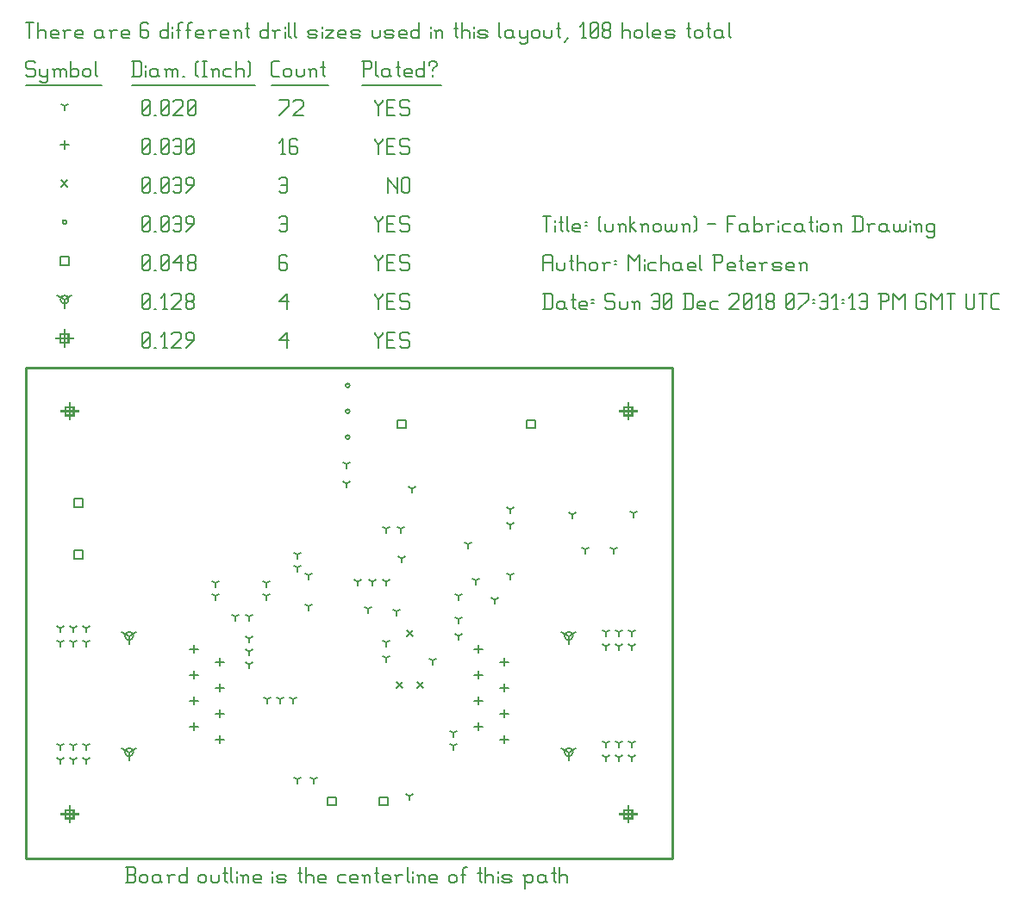
<source format=gbr>
G04 start of page 13 for group -3984 idx -3984 *
G04 Title: (unknown), fab *
G04 Creator: pcb 20140316 *
G04 CreationDate: Sun 30 Dec 2018 07:31:13 PM GMT UTC *
G04 For: railfan *
G04 Format: Gerber/RS-274X *
G04 PCB-Dimensions (mil): 2500.00 1900.00 *
G04 PCB-Coordinate-Origin: lower left *
%MOIN*%
%FSLAX25Y25*%
%LNFAB*%
%ADD111C,0.0100*%
%ADD110C,0.0060*%
%ADD109R,0.0080X0.0080*%
G54D109*X17000Y176200D02*Y169800D01*
X13800Y173000D02*X20200D01*
X15400Y174600D02*X18600D01*
X15400D02*Y171400D01*
X18600D01*
Y174600D02*Y171400D01*
X233000Y176200D02*Y169800D01*
X229800Y173000D02*X236200D01*
X231400Y174600D02*X234600D01*
X231400D02*Y171400D01*
X234600D01*
Y174600D02*Y171400D01*
X233000Y20200D02*Y13800D01*
X229800Y17000D02*X236200D01*
X231400Y18600D02*X234600D01*
X231400D02*Y15400D01*
X234600D01*
Y18600D02*Y15400D01*
X17000Y20200D02*Y13800D01*
X13800Y17000D02*X20200D01*
X15400Y18600D02*X18600D01*
X15400D02*Y15400D01*
X18600D01*
Y18600D02*Y15400D01*
X15000Y204450D02*Y198050D01*
X11800Y201250D02*X18200D01*
X13400Y202850D02*X16600D01*
X13400D02*Y199650D01*
X16600D01*
Y202850D02*Y199650D01*
G54D110*X135000Y203500D02*Y202750D01*
X136500Y201250D01*
X138000Y202750D01*
Y203500D02*Y202750D01*
X136500Y201250D02*Y197500D01*
X139800Y200500D02*X142050D01*
X139800Y197500D02*X142800D01*
X139800Y203500D02*Y197500D01*
Y203500D02*X142800D01*
X147600D02*X148350Y202750D01*
X145350Y203500D02*X147600D01*
X144600Y202750D02*X145350Y203500D01*
X144600Y202750D02*Y201250D01*
X145350Y200500D01*
X147600D01*
X148350Y199750D01*
Y198250D01*
X147600Y197500D02*X148350Y198250D01*
X145350Y197500D02*X147600D01*
X144600Y198250D02*X145350Y197500D01*
X98000Y200500D02*X101000Y203500D01*
X98000Y200500D02*X101750D01*
X101000Y203500D02*Y197500D01*
X45000Y198250D02*X45750Y197500D01*
X45000Y202750D02*Y198250D01*
Y202750D02*X45750Y203500D01*
X47250D01*
X48000Y202750D01*
Y198250D01*
X47250Y197500D02*X48000Y198250D01*
X45750Y197500D02*X47250D01*
X45000Y199000D02*X48000Y202000D01*
X49800Y197500D02*X50550D01*
X53100D02*X54600D01*
X53850Y203500D02*Y197500D01*
X52350Y202000D02*X53850Y203500D01*
X56400Y202750D02*X57150Y203500D01*
X59400D01*
X60150Y202750D01*
Y201250D01*
X56400Y197500D02*X60150Y201250D01*
X56400Y197500D02*X60150D01*
X61950D02*X64950Y200500D01*
Y202750D02*Y200500D01*
X64200Y203500D02*X64950Y202750D01*
X62700Y203500D02*X64200D01*
X61950Y202750D02*X62700Y203500D01*
X61950Y202750D02*Y201250D01*
X62700Y200500D01*
X64950D01*
X40000Y86000D02*Y82800D01*
Y86000D02*X42773Y87600D01*
X40000Y86000D02*X37227Y87600D01*
X38400Y86000D02*G75*G03X41600Y86000I1600J0D01*G01*
G75*G03X38400Y86000I-1600J0D01*G01*
X40000Y41000D02*Y37800D01*
Y41000D02*X42773Y42600D01*
X40000Y41000D02*X37227Y42600D01*
X38400Y41000D02*G75*G03X41600Y41000I1600J0D01*G01*
G75*G03X38400Y41000I-1600J0D01*G01*
X210000D02*Y37800D01*
Y41000D02*X212773Y42600D01*
X210000Y41000D02*X207227Y42600D01*
X208400Y41000D02*G75*G03X211600Y41000I1600J0D01*G01*
G75*G03X208400Y41000I-1600J0D01*G01*
X210000Y86000D02*Y82800D01*
Y86000D02*X212773Y87600D01*
X210000Y86000D02*X207227Y87600D01*
X208400Y86000D02*G75*G03X211600Y86000I1600J0D01*G01*
G75*G03X208400Y86000I-1600J0D01*G01*
X15000Y216250D02*Y213050D01*
Y216250D02*X17773Y217850D01*
X15000Y216250D02*X12227Y217850D01*
X13400Y216250D02*G75*G03X16600Y216250I1600J0D01*G01*
G75*G03X13400Y216250I-1600J0D01*G01*
X135000Y218500D02*Y217750D01*
X136500Y216250D01*
X138000Y217750D01*
Y218500D02*Y217750D01*
X136500Y216250D02*Y212500D01*
X139800Y215500D02*X142050D01*
X139800Y212500D02*X142800D01*
X139800Y218500D02*Y212500D01*
Y218500D02*X142800D01*
X147600D02*X148350Y217750D01*
X145350Y218500D02*X147600D01*
X144600Y217750D02*X145350Y218500D01*
X144600Y217750D02*Y216250D01*
X145350Y215500D01*
X147600D01*
X148350Y214750D01*
Y213250D01*
X147600Y212500D02*X148350Y213250D01*
X145350Y212500D02*X147600D01*
X144600Y213250D02*X145350Y212500D01*
X98000Y215500D02*X101000Y218500D01*
X98000Y215500D02*X101750D01*
X101000Y218500D02*Y212500D01*
X45000Y213250D02*X45750Y212500D01*
X45000Y217750D02*Y213250D01*
Y217750D02*X45750Y218500D01*
X47250D01*
X48000Y217750D01*
Y213250D01*
X47250Y212500D02*X48000Y213250D01*
X45750Y212500D02*X47250D01*
X45000Y214000D02*X48000Y217000D01*
X49800Y212500D02*X50550D01*
X53100D02*X54600D01*
X53850Y218500D02*Y212500D01*
X52350Y217000D02*X53850Y218500D01*
X56400Y217750D02*X57150Y218500D01*
X59400D01*
X60150Y217750D01*
Y216250D01*
X56400Y212500D02*X60150Y216250D01*
X56400Y212500D02*X60150D01*
X61950Y213250D02*X62700Y212500D01*
X61950Y214750D02*Y213250D01*
Y214750D02*X62700Y215500D01*
X64200D01*
X64950Y214750D01*
Y213250D01*
X64200Y212500D02*X64950Y213250D01*
X62700Y212500D02*X64200D01*
X61950Y216250D02*X62700Y215500D01*
X61950Y217750D02*Y216250D01*
Y217750D02*X62700Y218500D01*
X64200D01*
X64950Y217750D01*
Y216250D01*
X64200Y215500D02*X64950Y216250D01*
X116900Y23600D02*X120100D01*
X116900D02*Y20400D01*
X120100D01*
Y23600D02*Y20400D01*
X136900Y23600D02*X140100D01*
X136900D02*Y20400D01*
X140100D01*
Y23600D02*Y20400D01*
X143900Y169600D02*X147100D01*
X143900D02*Y166400D01*
X147100D01*
Y169600D02*Y166400D01*
X193900Y169600D02*X197100D01*
X193900D02*Y166400D01*
X197100D01*
Y169600D02*Y166400D01*
X18900Y139100D02*X22100D01*
X18900D02*Y135900D01*
X22100D01*
Y139100D02*Y135900D01*
X18900Y119100D02*X22100D01*
X18900D02*Y115900D01*
X22100D01*
Y119100D02*Y115900D01*
X13400Y232850D02*X16600D01*
X13400D02*Y229650D01*
X16600D01*
Y232850D02*Y229650D01*
X135000Y233500D02*Y232750D01*
X136500Y231250D01*
X138000Y232750D01*
Y233500D02*Y232750D01*
X136500Y231250D02*Y227500D01*
X139800Y230500D02*X142050D01*
X139800Y227500D02*X142800D01*
X139800Y233500D02*Y227500D01*
Y233500D02*X142800D01*
X147600D02*X148350Y232750D01*
X145350Y233500D02*X147600D01*
X144600Y232750D02*X145350Y233500D01*
X144600Y232750D02*Y231250D01*
X145350Y230500D01*
X147600D01*
X148350Y229750D01*
Y228250D01*
X147600Y227500D02*X148350Y228250D01*
X145350Y227500D02*X147600D01*
X144600Y228250D02*X145350Y227500D01*
X100250Y233500D02*X101000Y232750D01*
X98750Y233500D02*X100250D01*
X98000Y232750D02*X98750Y233500D01*
X98000Y232750D02*Y228250D01*
X98750Y227500D01*
X100250Y230500D02*X101000Y229750D01*
X98000Y230500D02*X100250D01*
X98750Y227500D02*X100250D01*
X101000Y228250D01*
Y229750D02*Y228250D01*
X45000D02*X45750Y227500D01*
X45000Y232750D02*Y228250D01*
Y232750D02*X45750Y233500D01*
X47250D01*
X48000Y232750D01*
Y228250D01*
X47250Y227500D02*X48000Y228250D01*
X45750Y227500D02*X47250D01*
X45000Y229000D02*X48000Y232000D01*
X49800Y227500D02*X50550D01*
X52350Y228250D02*X53100Y227500D01*
X52350Y232750D02*Y228250D01*
Y232750D02*X53100Y233500D01*
X54600D01*
X55350Y232750D01*
Y228250D01*
X54600Y227500D02*X55350Y228250D01*
X53100Y227500D02*X54600D01*
X52350Y229000D02*X55350Y232000D01*
X57150Y230500D02*X60150Y233500D01*
X57150Y230500D02*X60900D01*
X60150Y233500D02*Y227500D01*
X62700Y228250D02*X63450Y227500D01*
X62700Y229750D02*Y228250D01*
Y229750D02*X63450Y230500D01*
X64950D01*
X65700Y229750D01*
Y228250D01*
X64950Y227500D02*X65700Y228250D01*
X63450Y227500D02*X64950D01*
X62700Y231250D02*X63450Y230500D01*
X62700Y232750D02*Y231250D01*
Y232750D02*X63450Y233500D01*
X64950D01*
X65700Y232750D01*
Y231250D01*
X64950Y230500D02*X65700Y231250D01*
X147300Y88200D02*X149700Y85800D01*
X147300D02*X149700Y88200D01*
X151300Y68200D02*X153700Y65800D01*
X151300D02*X153700Y68200D01*
X143300D02*X145700Y65800D01*
X143300D02*X145700Y68200D01*
X123700Y183000D02*G75*G03X125300Y183000I800J0D01*G01*
G75*G03X123700Y183000I-800J0D01*G01*
Y173000D02*G75*G03X125300Y173000I800J0D01*G01*
G75*G03X123700Y173000I-800J0D01*G01*
Y163000D02*G75*G03X125300Y163000I800J0D01*G01*
G75*G03X123700Y163000I-800J0D01*G01*
X14200Y246250D02*G75*G03X15800Y246250I800J0D01*G01*
G75*G03X14200Y246250I-800J0D01*G01*
X135000Y248500D02*Y247750D01*
X136500Y246250D01*
X138000Y247750D01*
Y248500D02*Y247750D01*
X136500Y246250D02*Y242500D01*
X139800Y245500D02*X142050D01*
X139800Y242500D02*X142800D01*
X139800Y248500D02*Y242500D01*
Y248500D02*X142800D01*
X147600D02*X148350Y247750D01*
X145350Y248500D02*X147600D01*
X144600Y247750D02*X145350Y248500D01*
X144600Y247750D02*Y246250D01*
X145350Y245500D01*
X147600D01*
X148350Y244750D01*
Y243250D01*
X147600Y242500D02*X148350Y243250D01*
X145350Y242500D02*X147600D01*
X144600Y243250D02*X145350Y242500D01*
X98000Y247750D02*X98750Y248500D01*
X100250D01*
X101000Y247750D01*
Y243250D01*
X100250Y242500D02*X101000Y243250D01*
X98750Y242500D02*X100250D01*
X98000Y243250D02*X98750Y242500D01*
Y245500D02*X101000D01*
X13800Y262450D02*X16200Y260050D01*
X13800D02*X16200Y262450D01*
X140000Y263500D02*Y257500D01*
Y263500D02*Y262750D01*
X143750Y259000D01*
Y263500D02*Y257500D01*
X145550Y262750D02*Y258250D01*
Y262750D02*X146300Y263500D01*
X147800D01*
X148550Y262750D01*
Y258250D01*
X147800Y257500D02*X148550Y258250D01*
X146300Y257500D02*X147800D01*
X145550Y258250D02*X146300Y257500D01*
X98000Y262750D02*X98750Y263500D01*
X100250D01*
X101000Y262750D01*
Y258250D01*
X100250Y257500D02*X101000Y258250D01*
X98750Y257500D02*X100250D01*
X98000Y258250D02*X98750Y257500D01*
Y260500D02*X101000D01*
X45000Y258250D02*X45750Y257500D01*
X45000Y262750D02*Y258250D01*
Y262750D02*X45750Y263500D01*
X47250D01*
X48000Y262750D01*
Y258250D01*
X47250Y257500D02*X48000Y258250D01*
X45750Y257500D02*X47250D01*
X45000Y259000D02*X48000Y262000D01*
X49800Y257500D02*X50550D01*
X52350Y258250D02*X53100Y257500D01*
X52350Y262750D02*Y258250D01*
Y262750D02*X53100Y263500D01*
X54600D01*
X55350Y262750D01*
Y258250D01*
X54600Y257500D02*X55350Y258250D01*
X53100Y257500D02*X54600D01*
X52350Y259000D02*X55350Y262000D01*
X57150Y262750D02*X57900Y263500D01*
X59400D01*
X60150Y262750D01*
Y258250D01*
X59400Y257500D02*X60150Y258250D01*
X57900Y257500D02*X59400D01*
X57150Y258250D02*X57900Y257500D01*
Y260500D02*X60150D01*
X61950Y257500D02*X64950Y260500D01*
Y262750D02*Y260500D01*
X64200Y263500D02*X64950Y262750D01*
X62700Y263500D02*X64200D01*
X61950Y262750D02*X62700Y263500D01*
X61950Y262750D02*Y261250D01*
X62700Y260500D01*
X64950D01*
X45000Y243250D02*X45750Y242500D01*
X45000Y247750D02*Y243250D01*
Y247750D02*X45750Y248500D01*
X47250D01*
X48000Y247750D01*
Y243250D01*
X47250Y242500D02*X48000Y243250D01*
X45750Y242500D02*X47250D01*
X45000Y244000D02*X48000Y247000D01*
X49800Y242500D02*X50550D01*
X52350Y243250D02*X53100Y242500D01*
X52350Y247750D02*Y243250D01*
Y247750D02*X53100Y248500D01*
X54600D01*
X55350Y247750D01*
Y243250D01*
X54600Y242500D02*X55350Y243250D01*
X53100Y242500D02*X54600D01*
X52350Y244000D02*X55350Y247000D01*
X57150Y247750D02*X57900Y248500D01*
X59400D01*
X60150Y247750D01*
Y243250D01*
X59400Y242500D02*X60150Y243250D01*
X57900Y242500D02*X59400D01*
X57150Y243250D02*X57900Y242500D01*
Y245500D02*X60150D01*
X61950Y242500D02*X64950Y245500D01*
Y247750D02*Y245500D01*
X64200Y248500D02*X64950Y247750D01*
X62700Y248500D02*X64200D01*
X61950Y247750D02*X62700Y248500D01*
X61950Y247750D02*Y246250D01*
X62700Y245500D01*
X64950D01*
X65000Y82600D02*Y79400D01*
X63400Y81000D02*X66600D01*
X75000Y77600D02*Y74400D01*
X73400Y76000D02*X76600D01*
X65000Y72600D02*Y69400D01*
X63400Y71000D02*X66600D01*
X75000Y67600D02*Y64400D01*
X73400Y66000D02*X76600D01*
X65000Y62600D02*Y59400D01*
X63400Y61000D02*X66600D01*
X75000Y57600D02*Y54400D01*
X73400Y56000D02*X76600D01*
X65000Y52600D02*Y49400D01*
X63400Y51000D02*X66600D01*
X75000Y47600D02*Y44400D01*
X73400Y46000D02*X76600D01*
X185000Y47600D02*Y44400D01*
X183400Y46000D02*X186600D01*
X175000Y52600D02*Y49400D01*
X173400Y51000D02*X176600D01*
X185000Y57600D02*Y54400D01*
X183400Y56000D02*X186600D01*
X175000Y62600D02*Y59400D01*
X173400Y61000D02*X176600D01*
X185000Y67600D02*Y64400D01*
X183400Y66000D02*X186600D01*
X175000Y72600D02*Y69400D01*
X173400Y71000D02*X176600D01*
X185000Y77600D02*Y74400D01*
X183400Y76000D02*X186600D01*
X175000Y82600D02*Y79400D01*
X173400Y81000D02*X176600D01*
X15000Y277850D02*Y274650D01*
X13400Y276250D02*X16600D01*
X135000Y278500D02*Y277750D01*
X136500Y276250D01*
X138000Y277750D01*
Y278500D02*Y277750D01*
X136500Y276250D02*Y272500D01*
X139800Y275500D02*X142050D01*
X139800Y272500D02*X142800D01*
X139800Y278500D02*Y272500D01*
Y278500D02*X142800D01*
X147600D02*X148350Y277750D01*
X145350Y278500D02*X147600D01*
X144600Y277750D02*X145350Y278500D01*
X144600Y277750D02*Y276250D01*
X145350Y275500D01*
X147600D01*
X148350Y274750D01*
Y273250D01*
X147600Y272500D02*X148350Y273250D01*
X145350Y272500D02*X147600D01*
X144600Y273250D02*X145350Y272500D01*
X98750D02*X100250D01*
X99500Y278500D02*Y272500D01*
X98000Y277000D02*X99500Y278500D01*
X104300D02*X105050Y277750D01*
X102800Y278500D02*X104300D01*
X102050Y277750D02*X102800Y278500D01*
X102050Y277750D02*Y273250D01*
X102800Y272500D01*
X104300Y275500D02*X105050Y274750D01*
X102050Y275500D02*X104300D01*
X102800Y272500D02*X104300D01*
X105050Y273250D01*
Y274750D02*Y273250D01*
X45000D02*X45750Y272500D01*
X45000Y277750D02*Y273250D01*
Y277750D02*X45750Y278500D01*
X47250D01*
X48000Y277750D01*
Y273250D01*
X47250Y272500D02*X48000Y273250D01*
X45750Y272500D02*X47250D01*
X45000Y274000D02*X48000Y277000D01*
X49800Y272500D02*X50550D01*
X52350Y273250D02*X53100Y272500D01*
X52350Y277750D02*Y273250D01*
Y277750D02*X53100Y278500D01*
X54600D01*
X55350Y277750D01*
Y273250D01*
X54600Y272500D02*X55350Y273250D01*
X53100Y272500D02*X54600D01*
X52350Y274000D02*X55350Y277000D01*
X57150Y277750D02*X57900Y278500D01*
X59400D01*
X60150Y277750D01*
Y273250D01*
X59400Y272500D02*X60150Y273250D01*
X57900Y272500D02*X59400D01*
X57150Y273250D02*X57900Y272500D01*
Y275500D02*X60150D01*
X61950Y273250D02*X62700Y272500D01*
X61950Y277750D02*Y273250D01*
Y277750D02*X62700Y278500D01*
X64200D01*
X64950Y277750D01*
Y273250D01*
X64200Y272500D02*X64950Y273250D01*
X62700Y272500D02*X64200D01*
X61950Y274000D02*X64950Y277000D01*
X187500Y129000D02*Y127400D01*
Y129000D02*X188887Y129800D01*
X187500Y129000D02*X186113Y129800D01*
X187500Y135000D02*Y133400D01*
Y135000D02*X188887Y135800D01*
X187500Y135000D02*X186113Y135800D01*
X86500Y80000D02*Y78400D01*
Y80000D02*X87887Y80800D01*
X86500Y80000D02*X85113Y80800D01*
X86500Y85000D02*Y83400D01*
Y85000D02*X87887Y85800D01*
X86500Y85000D02*X85113Y85800D01*
X171000Y121500D02*Y119900D01*
Y121500D02*X172387Y122300D01*
X171000Y121500D02*X169613Y122300D01*
X145000Y127500D02*Y125900D01*
Y127500D02*X146387Y128300D01*
X145000Y127500D02*X143613Y128300D01*
X105000Y117500D02*Y115900D01*
Y117500D02*X106387Y118300D01*
X105000Y117500D02*X103613Y118300D01*
X149500Y143000D02*Y141400D01*
Y143000D02*X150887Y143800D01*
X149500Y143000D02*X148113Y143800D01*
X124000Y152500D02*Y150900D01*
Y152500D02*X125387Y153300D01*
X124000Y152500D02*X122613Y153300D01*
X139500Y127500D02*Y125900D01*
Y127500D02*X140887Y128300D01*
X139500Y127500D02*X138113Y128300D01*
X105000Y112500D02*Y110900D01*
Y112500D02*X106387Y113300D01*
X105000Y112500D02*X103613Y113300D01*
X165500Y43500D02*Y41900D01*
Y43500D02*X166887Y44300D01*
X165500Y43500D02*X164113Y44300D01*
X165500Y48500D02*Y46900D01*
Y48500D02*X166887Y49300D01*
X165500Y48500D02*X164113Y49300D01*
X86500Y75000D02*Y73400D01*
Y75000D02*X87887Y75800D01*
X86500Y75000D02*X85113Y75800D01*
X93500Y61500D02*Y59900D01*
Y61500D02*X94887Y62300D01*
X93500Y61500D02*X92113Y62300D01*
X103500Y61500D02*Y59900D01*
Y61500D02*X104887Y62300D01*
X103500Y61500D02*X102113Y62300D01*
X98500Y61500D02*Y59900D01*
Y61500D02*X99887Y62300D01*
X98500Y61500D02*X97113Y62300D01*
X157500Y76500D02*Y74900D01*
Y76500D02*X158887Y77300D01*
X157500Y76500D02*X156113Y77300D01*
X139500Y107000D02*Y105400D01*
Y107000D02*X140887Y107800D01*
X139500Y107000D02*X138113Y107800D01*
X134000Y107000D02*Y105400D01*
Y107000D02*X135387Y107800D01*
X134000Y107000D02*X132613Y107800D01*
X128500Y107000D02*Y105400D01*
Y107000D02*X129887Y107800D01*
X128500Y107000D02*X127113Y107800D01*
X139500Y77500D02*Y75900D01*
Y77500D02*X140887Y78300D01*
X139500Y77500D02*X138113Y78300D01*
X139500Y83500D02*Y81900D01*
Y83500D02*X140887Y84300D01*
X139500Y83500D02*X138113Y84300D01*
X143500Y95500D02*Y93900D01*
Y95500D02*X144887Y96300D01*
X143500Y95500D02*X142113Y96300D01*
X167500Y92500D02*Y90900D01*
Y92500D02*X168887Y93300D01*
X167500Y92500D02*X166113Y93300D01*
X167500Y101500D02*Y99900D01*
Y101500D02*X168887Y102300D01*
X167500Y101500D02*X166113Y102300D01*
X224500Y87500D02*Y85900D01*
Y87500D02*X225887Y88300D01*
X224500Y87500D02*X223113Y88300D01*
X229500Y87500D02*Y85900D01*
Y87500D02*X230887Y88300D01*
X229500Y87500D02*X228113Y88300D01*
X234500Y87500D02*Y85900D01*
Y87500D02*X235887Y88300D01*
X234500Y87500D02*X233113Y88300D01*
X224500Y82000D02*Y80400D01*
Y82000D02*X225887Y82800D01*
X224500Y82000D02*X223113Y82800D01*
X229500Y82000D02*Y80400D01*
Y82000D02*X230887Y82800D01*
X229500Y82000D02*X228113Y82800D01*
X234500Y82000D02*Y80400D01*
Y82000D02*X235887Y82800D01*
X234500Y82000D02*X233113Y82800D01*
X224500Y44500D02*Y42900D01*
Y44500D02*X225887Y45300D01*
X224500Y44500D02*X223113Y45300D01*
X229500Y44500D02*Y42900D01*
Y44500D02*X230887Y45300D01*
X229500Y44500D02*X228113Y45300D01*
X234500Y44500D02*Y42900D01*
Y44500D02*X235887Y45300D01*
X234500Y44500D02*X233113Y45300D01*
X224500Y39000D02*Y37400D01*
Y39000D02*X225887Y39800D01*
X224500Y39000D02*X223113Y39800D01*
X229500Y39000D02*Y37400D01*
Y39000D02*X230887Y39800D01*
X229500Y39000D02*X228113Y39800D01*
X234500Y39000D02*Y37400D01*
Y39000D02*X235887Y39800D01*
X234500Y39000D02*X233113Y39800D01*
X13500Y89000D02*Y87400D01*
Y89000D02*X14887Y89800D01*
X13500Y89000D02*X12113Y89800D01*
X18500Y89000D02*Y87400D01*
Y89000D02*X19887Y89800D01*
X18500Y89000D02*X17113Y89800D01*
X23500Y89000D02*Y87400D01*
Y89000D02*X24887Y89800D01*
X23500Y89000D02*X22113Y89800D01*
X13500Y83500D02*Y81900D01*
Y83500D02*X14887Y84300D01*
X13500Y83500D02*X12113Y84300D01*
X18500Y83500D02*Y81900D01*
Y83500D02*X19887Y84300D01*
X18500Y83500D02*X17113Y84300D01*
X23500Y83500D02*Y81900D01*
Y83500D02*X24887Y84300D01*
X23500Y83500D02*X22113Y84300D01*
X13500Y43500D02*Y41900D01*
Y43500D02*X14887Y44300D01*
X13500Y43500D02*X12113Y44300D01*
X18500Y43500D02*Y41900D01*
Y43500D02*X19887Y44300D01*
X18500Y43500D02*X17113Y44300D01*
X23500Y43500D02*Y41900D01*
Y43500D02*X24887Y44300D01*
X23500Y43500D02*X22113Y44300D01*
X13500Y38000D02*Y36400D01*
Y38000D02*X14887Y38800D01*
X13500Y38000D02*X12113Y38800D01*
X18500Y38000D02*Y36400D01*
Y38000D02*X19887Y38800D01*
X18500Y38000D02*X17113Y38800D01*
X23500Y38000D02*Y36400D01*
Y38000D02*X24887Y38800D01*
X23500Y38000D02*X22113Y38800D01*
X148500Y24000D02*Y22400D01*
Y24000D02*X149887Y24800D01*
X148500Y24000D02*X147113Y24800D01*
X105000Y30500D02*Y28900D01*
Y30500D02*X106387Y31300D01*
X105000Y30500D02*X103613Y31300D01*
X111500Y30500D02*Y28900D01*
Y30500D02*X112887Y31300D01*
X111500Y30500D02*X110113Y31300D01*
X145500Y116000D02*Y114400D01*
Y116000D02*X146887Y116800D01*
X145500Y116000D02*X144113Y116800D01*
X187500Y109500D02*Y107900D01*
Y109500D02*X188887Y110300D01*
X187500Y109500D02*X186113Y110300D01*
X235000Y133500D02*Y131900D01*
Y133500D02*X236387Y134300D01*
X235000Y133500D02*X233613Y134300D01*
X109500Y109500D02*Y107900D01*
Y109500D02*X110887Y110300D01*
X109500Y109500D02*X108113Y110300D01*
X109500Y97500D02*Y95900D01*
Y97500D02*X110887Y98300D01*
X109500Y97500D02*X108113Y98300D01*
X181500Y100000D02*Y98400D01*
Y100000D02*X182887Y100800D01*
X181500Y100000D02*X180113Y100800D01*
X174000Y107500D02*Y105900D01*
Y107500D02*X175387Y108300D01*
X174000Y107500D02*X172613Y108300D01*
X227500Y119500D02*Y117900D01*
Y119500D02*X228887Y120300D01*
X227500Y119500D02*X226113Y120300D01*
X216500Y119500D02*Y117900D01*
Y119500D02*X217887Y120300D01*
X216500Y119500D02*X215113Y120300D01*
X132500Y96500D02*Y94900D01*
Y96500D02*X133887Y97300D01*
X132500Y96500D02*X131113Y97300D01*
X124000Y145000D02*Y143400D01*
Y145000D02*X125387Y145800D01*
X124000Y145000D02*X122613Y145800D01*
X211500Y133000D02*Y131400D01*
Y133000D02*X212887Y133800D01*
X211500Y133000D02*X210113Y133800D01*
X167500Y86000D02*Y84400D01*
Y86000D02*X168887Y86800D01*
X167500Y86000D02*X166113Y86800D01*
X73500Y106500D02*Y104900D01*
Y106500D02*X74887Y107300D01*
X73500Y106500D02*X72113Y107300D01*
X73500Y101500D02*Y99900D01*
Y101500D02*X74887Y102300D01*
X73500Y101500D02*X72113Y102300D01*
X81000Y93500D02*Y91900D01*
Y93500D02*X82387Y94300D01*
X81000Y93500D02*X79613Y94300D01*
X93000Y101500D02*Y99900D01*
Y101500D02*X94387Y102300D01*
X93000Y101500D02*X91613Y102300D01*
X93000Y106500D02*Y104900D01*
Y106500D02*X94387Y107300D01*
X93000Y106500D02*X91613Y107300D01*
X86500Y93500D02*Y91900D01*
Y93500D02*X87887Y94300D01*
X86500Y93500D02*X85113Y94300D01*
X15000Y291250D02*Y289650D01*
Y291250D02*X16387Y292050D01*
X15000Y291250D02*X13613Y292050D01*
X135000Y293500D02*Y292750D01*
X136500Y291250D01*
X138000Y292750D01*
Y293500D02*Y292750D01*
X136500Y291250D02*Y287500D01*
X139800Y290500D02*X142050D01*
X139800Y287500D02*X142800D01*
X139800Y293500D02*Y287500D01*
Y293500D02*X142800D01*
X147600D02*X148350Y292750D01*
X145350Y293500D02*X147600D01*
X144600Y292750D02*X145350Y293500D01*
X144600Y292750D02*Y291250D01*
X145350Y290500D01*
X147600D01*
X148350Y289750D01*
Y288250D01*
X147600Y287500D02*X148350Y288250D01*
X145350Y287500D02*X147600D01*
X144600Y288250D02*X145350Y287500D01*
X98000D02*X101750Y291250D01*
Y293500D02*Y291250D01*
X98000Y293500D02*X101750D01*
X103550Y292750D02*X104300Y293500D01*
X106550D01*
X107300Y292750D01*
Y291250D01*
X103550Y287500D02*X107300Y291250D01*
X103550Y287500D02*X107300D01*
X45000Y288250D02*X45750Y287500D01*
X45000Y292750D02*Y288250D01*
Y292750D02*X45750Y293500D01*
X47250D01*
X48000Y292750D01*
Y288250D01*
X47250Y287500D02*X48000Y288250D01*
X45750Y287500D02*X47250D01*
X45000Y289000D02*X48000Y292000D01*
X49800Y287500D02*X50550D01*
X52350Y288250D02*X53100Y287500D01*
X52350Y292750D02*Y288250D01*
Y292750D02*X53100Y293500D01*
X54600D01*
X55350Y292750D01*
Y288250D01*
X54600Y287500D02*X55350Y288250D01*
X53100Y287500D02*X54600D01*
X52350Y289000D02*X55350Y292000D01*
X57150Y292750D02*X57900Y293500D01*
X60150D01*
X60900Y292750D01*
Y291250D01*
X57150Y287500D02*X60900Y291250D01*
X57150Y287500D02*X60900D01*
X62700Y288250D02*X63450Y287500D01*
X62700Y292750D02*Y288250D01*
Y292750D02*X63450Y293500D01*
X64950D01*
X65700Y292750D01*
Y288250D01*
X64950Y287500D02*X65700Y288250D01*
X63450Y287500D02*X64950D01*
X62700Y289000D02*X65700Y292000D01*
X3000Y308500D02*X3750Y307750D01*
X750Y308500D02*X3000D01*
X0Y307750D02*X750Y308500D01*
X0Y307750D02*Y306250D01*
X750Y305500D01*
X3000D01*
X3750Y304750D01*
Y303250D01*
X3000Y302500D02*X3750Y303250D01*
X750Y302500D02*X3000D01*
X0Y303250D02*X750Y302500D01*
X5550Y305500D02*Y303250D01*
X6300Y302500D01*
X8550Y305500D02*Y301000D01*
X7800Y300250D02*X8550Y301000D01*
X6300Y300250D02*X7800D01*
X5550Y301000D02*X6300Y300250D01*
Y302500D02*X7800D01*
X8550Y303250D01*
X11100Y304750D02*Y302500D01*
Y304750D02*X11850Y305500D01*
X12600D01*
X13350Y304750D01*
Y302500D01*
Y304750D02*X14100Y305500D01*
X14850D01*
X15600Y304750D01*
Y302500D01*
X10350Y305500D02*X11100Y304750D01*
X17400Y308500D02*Y302500D01*
Y303250D02*X18150Y302500D01*
X19650D01*
X20400Y303250D01*
Y304750D02*Y303250D01*
X19650Y305500D02*X20400Y304750D01*
X18150Y305500D02*X19650D01*
X17400Y304750D02*X18150Y305500D01*
X22200Y304750D02*Y303250D01*
Y304750D02*X22950Y305500D01*
X24450D01*
X25200Y304750D01*
Y303250D01*
X24450Y302500D02*X25200Y303250D01*
X22950Y302500D02*X24450D01*
X22200Y303250D02*X22950Y302500D01*
X27000Y308500D02*Y303250D01*
X27750Y302500D01*
X0Y299250D02*X29250D01*
X41750Y308500D02*Y302500D01*
X44000Y308500D02*X44750Y307750D01*
Y303250D01*
X44000Y302500D02*X44750Y303250D01*
X41000Y302500D02*X44000D01*
X41000Y308500D02*X44000D01*
X46550Y307000D02*Y306250D01*
Y304750D02*Y302500D01*
X50300Y305500D02*X51050Y304750D01*
X48800Y305500D02*X50300D01*
X48050Y304750D02*X48800Y305500D01*
X48050Y304750D02*Y303250D01*
X48800Y302500D01*
X51050Y305500D02*Y303250D01*
X51800Y302500D01*
X48800D02*X50300D01*
X51050Y303250D01*
X54350Y304750D02*Y302500D01*
Y304750D02*X55100Y305500D01*
X55850D01*
X56600Y304750D01*
Y302500D01*
Y304750D02*X57350Y305500D01*
X58100D01*
X58850Y304750D01*
Y302500D01*
X53600Y305500D02*X54350Y304750D01*
X60650Y302500D02*X61400D01*
X65900Y303250D02*X66650Y302500D01*
X65900Y307750D02*X66650Y308500D01*
X65900Y307750D02*Y303250D01*
X68450Y308500D02*X69950D01*
X69200D02*Y302500D01*
X68450D02*X69950D01*
X72500Y304750D02*Y302500D01*
Y304750D02*X73250Y305500D01*
X74000D01*
X74750Y304750D01*
Y302500D01*
X71750Y305500D02*X72500Y304750D01*
X77300Y305500D02*X79550D01*
X76550Y304750D02*X77300Y305500D01*
X76550Y304750D02*Y303250D01*
X77300Y302500D01*
X79550D01*
X81350Y308500D02*Y302500D01*
Y304750D02*X82100Y305500D01*
X83600D01*
X84350Y304750D01*
Y302500D01*
X86150Y308500D02*X86900Y307750D01*
Y303250D01*
X86150Y302500D02*X86900Y303250D01*
X41000Y299250D02*X88700D01*
X95750Y302500D02*X98000D01*
X95000Y303250D02*X95750Y302500D01*
X95000Y307750D02*Y303250D01*
Y307750D02*X95750Y308500D01*
X98000D01*
X99800Y304750D02*Y303250D01*
Y304750D02*X100550Y305500D01*
X102050D01*
X102800Y304750D01*
Y303250D01*
X102050Y302500D02*X102800Y303250D01*
X100550Y302500D02*X102050D01*
X99800Y303250D02*X100550Y302500D01*
X104600Y305500D02*Y303250D01*
X105350Y302500D01*
X106850D01*
X107600Y303250D01*
Y305500D02*Y303250D01*
X110150Y304750D02*Y302500D01*
Y304750D02*X110900Y305500D01*
X111650D01*
X112400Y304750D01*
Y302500D01*
X109400Y305500D02*X110150Y304750D01*
X114950Y308500D02*Y303250D01*
X115700Y302500D01*
X114200Y306250D02*X115700D01*
X95000Y299250D02*X117200D01*
X130750Y308500D02*Y302500D01*
X130000Y308500D02*X133000D01*
X133750Y307750D01*
Y306250D01*
X133000Y305500D02*X133750Y306250D01*
X130750Y305500D02*X133000D01*
X135550Y308500D02*Y303250D01*
X136300Y302500D01*
X140050Y305500D02*X140800Y304750D01*
X138550Y305500D02*X140050D01*
X137800Y304750D02*X138550Y305500D01*
X137800Y304750D02*Y303250D01*
X138550Y302500D01*
X140800Y305500D02*Y303250D01*
X141550Y302500D01*
X138550D02*X140050D01*
X140800Y303250D01*
X144100Y308500D02*Y303250D01*
X144850Y302500D01*
X143350Y306250D02*X144850D01*
X147100Y302500D02*X149350D01*
X146350Y303250D02*X147100Y302500D01*
X146350Y304750D02*Y303250D01*
Y304750D02*X147100Y305500D01*
X148600D01*
X149350Y304750D01*
X146350Y304000D02*X149350D01*
Y304750D02*Y304000D01*
X154150Y308500D02*Y302500D01*
X153400D02*X154150Y303250D01*
X151900Y302500D02*X153400D01*
X151150Y303250D02*X151900Y302500D01*
X151150Y304750D02*Y303250D01*
Y304750D02*X151900Y305500D01*
X153400D01*
X154150Y304750D01*
X157450Y305500D02*Y304750D01*
Y303250D02*Y302500D01*
X155950Y307750D02*Y307000D01*
Y307750D02*X156700Y308500D01*
X158200D01*
X158950Y307750D01*
Y307000D01*
X157450Y305500D02*X158950Y307000D01*
X130000Y299250D02*X160750D01*
X0Y323500D02*X3000D01*
X1500D02*Y317500D01*
X4800Y323500D02*Y317500D01*
Y319750D02*X5550Y320500D01*
X7050D01*
X7800Y319750D01*
Y317500D01*
X10350D02*X12600D01*
X9600Y318250D02*X10350Y317500D01*
X9600Y319750D02*Y318250D01*
Y319750D02*X10350Y320500D01*
X11850D01*
X12600Y319750D01*
X9600Y319000D02*X12600D01*
Y319750D02*Y319000D01*
X15150Y319750D02*Y317500D01*
Y319750D02*X15900Y320500D01*
X17400D01*
X14400D02*X15150Y319750D01*
X19950Y317500D02*X22200D01*
X19200Y318250D02*X19950Y317500D01*
X19200Y319750D02*Y318250D01*
Y319750D02*X19950Y320500D01*
X21450D01*
X22200Y319750D01*
X19200Y319000D02*X22200D01*
Y319750D02*Y319000D01*
X28950Y320500D02*X29700Y319750D01*
X27450Y320500D02*X28950D01*
X26700Y319750D02*X27450Y320500D01*
X26700Y319750D02*Y318250D01*
X27450Y317500D01*
X29700Y320500D02*Y318250D01*
X30450Y317500D01*
X27450D02*X28950D01*
X29700Y318250D01*
X33000Y319750D02*Y317500D01*
Y319750D02*X33750Y320500D01*
X35250D01*
X32250D02*X33000Y319750D01*
X37800Y317500D02*X40050D01*
X37050Y318250D02*X37800Y317500D01*
X37050Y319750D02*Y318250D01*
Y319750D02*X37800Y320500D01*
X39300D01*
X40050Y319750D01*
X37050Y319000D02*X40050D01*
Y319750D02*Y319000D01*
X46800Y323500D02*X47550Y322750D01*
X45300Y323500D02*X46800D01*
X44550Y322750D02*X45300Y323500D01*
X44550Y322750D02*Y318250D01*
X45300Y317500D01*
X46800Y320500D02*X47550Y319750D01*
X44550Y320500D02*X46800D01*
X45300Y317500D02*X46800D01*
X47550Y318250D01*
Y319750D02*Y318250D01*
X55050Y323500D02*Y317500D01*
X54300D02*X55050Y318250D01*
X52800Y317500D02*X54300D01*
X52050Y318250D02*X52800Y317500D01*
X52050Y319750D02*Y318250D01*
Y319750D02*X52800Y320500D01*
X54300D01*
X55050Y319750D01*
X56850Y322000D02*Y321250D01*
Y319750D02*Y317500D01*
X59100Y322750D02*Y317500D01*
Y322750D02*X59850Y323500D01*
X60600D01*
X58350Y320500D02*X59850D01*
X62850Y322750D02*Y317500D01*
Y322750D02*X63600Y323500D01*
X64350D01*
X62100Y320500D02*X63600D01*
X66600Y317500D02*X68850D01*
X65850Y318250D02*X66600Y317500D01*
X65850Y319750D02*Y318250D01*
Y319750D02*X66600Y320500D01*
X68100D01*
X68850Y319750D01*
X65850Y319000D02*X68850D01*
Y319750D02*Y319000D01*
X71400Y319750D02*Y317500D01*
Y319750D02*X72150Y320500D01*
X73650D01*
X70650D02*X71400Y319750D01*
X76200Y317500D02*X78450D01*
X75450Y318250D02*X76200Y317500D01*
X75450Y319750D02*Y318250D01*
Y319750D02*X76200Y320500D01*
X77700D01*
X78450Y319750D01*
X75450Y319000D02*X78450D01*
Y319750D02*Y319000D01*
X81000Y319750D02*Y317500D01*
Y319750D02*X81750Y320500D01*
X82500D01*
X83250Y319750D01*
Y317500D01*
X80250Y320500D02*X81000Y319750D01*
X85800Y323500D02*Y318250D01*
X86550Y317500D01*
X85050Y321250D02*X86550D01*
X93750Y323500D02*Y317500D01*
X93000D02*X93750Y318250D01*
X91500Y317500D02*X93000D01*
X90750Y318250D02*X91500Y317500D01*
X90750Y319750D02*Y318250D01*
Y319750D02*X91500Y320500D01*
X93000D01*
X93750Y319750D01*
X96300D02*Y317500D01*
Y319750D02*X97050Y320500D01*
X98550D01*
X95550D02*X96300Y319750D01*
X100350Y322000D02*Y321250D01*
Y319750D02*Y317500D01*
X101850Y323500D02*Y318250D01*
X102600Y317500D01*
X104100Y323500D02*Y318250D01*
X104850Y317500D01*
X109800D02*X112050D01*
X112800Y318250D01*
X112050Y319000D02*X112800Y318250D01*
X109800Y319000D02*X112050D01*
X109050Y319750D02*X109800Y319000D01*
X109050Y319750D02*X109800Y320500D01*
X112050D01*
X112800Y319750D01*
X109050Y318250D02*X109800Y317500D01*
X114600Y322000D02*Y321250D01*
Y319750D02*Y317500D01*
X116100Y320500D02*X119100D01*
X116100Y317500D02*X119100Y320500D01*
X116100Y317500D02*X119100D01*
X121650D02*X123900D01*
X120900Y318250D02*X121650Y317500D01*
X120900Y319750D02*Y318250D01*
Y319750D02*X121650Y320500D01*
X123150D01*
X123900Y319750D01*
X120900Y319000D02*X123900D01*
Y319750D02*Y319000D01*
X126450Y317500D02*X128700D01*
X129450Y318250D01*
X128700Y319000D02*X129450Y318250D01*
X126450Y319000D02*X128700D01*
X125700Y319750D02*X126450Y319000D01*
X125700Y319750D02*X126450Y320500D01*
X128700D01*
X129450Y319750D01*
X125700Y318250D02*X126450Y317500D01*
X133950Y320500D02*Y318250D01*
X134700Y317500D01*
X136200D01*
X136950Y318250D01*
Y320500D02*Y318250D01*
X139500Y317500D02*X141750D01*
X142500Y318250D01*
X141750Y319000D02*X142500Y318250D01*
X139500Y319000D02*X141750D01*
X138750Y319750D02*X139500Y319000D01*
X138750Y319750D02*X139500Y320500D01*
X141750D01*
X142500Y319750D01*
X138750Y318250D02*X139500Y317500D01*
X145050D02*X147300D01*
X144300Y318250D02*X145050Y317500D01*
X144300Y319750D02*Y318250D01*
Y319750D02*X145050Y320500D01*
X146550D01*
X147300Y319750D01*
X144300Y319000D02*X147300D01*
Y319750D02*Y319000D01*
X152100Y323500D02*Y317500D01*
X151350D02*X152100Y318250D01*
X149850Y317500D02*X151350D01*
X149100Y318250D02*X149850Y317500D01*
X149100Y319750D02*Y318250D01*
Y319750D02*X149850Y320500D01*
X151350D01*
X152100Y319750D01*
X156600Y322000D02*Y321250D01*
Y319750D02*Y317500D01*
X158850Y319750D02*Y317500D01*
Y319750D02*X159600Y320500D01*
X160350D01*
X161100Y319750D01*
Y317500D01*
X158100Y320500D02*X158850Y319750D01*
X166350Y323500D02*Y318250D01*
X167100Y317500D01*
X165600Y321250D02*X167100D01*
X168600Y323500D02*Y317500D01*
Y319750D02*X169350Y320500D01*
X170850D01*
X171600Y319750D01*
Y317500D01*
X173400Y322000D02*Y321250D01*
Y319750D02*Y317500D01*
X175650D02*X177900D01*
X178650Y318250D01*
X177900Y319000D02*X178650Y318250D01*
X175650Y319000D02*X177900D01*
X174900Y319750D02*X175650Y319000D01*
X174900Y319750D02*X175650Y320500D01*
X177900D01*
X178650Y319750D01*
X174900Y318250D02*X175650Y317500D01*
X183150Y323500D02*Y318250D01*
X183900Y317500D01*
X187650Y320500D02*X188400Y319750D01*
X186150Y320500D02*X187650D01*
X185400Y319750D02*X186150Y320500D01*
X185400Y319750D02*Y318250D01*
X186150Y317500D01*
X188400Y320500D02*Y318250D01*
X189150Y317500D01*
X186150D02*X187650D01*
X188400Y318250D01*
X190950Y320500D02*Y318250D01*
X191700Y317500D01*
X193950Y320500D02*Y316000D01*
X193200Y315250D02*X193950Y316000D01*
X191700Y315250D02*X193200D01*
X190950Y316000D02*X191700Y315250D01*
Y317500D02*X193200D01*
X193950Y318250D01*
X195750Y319750D02*Y318250D01*
Y319750D02*X196500Y320500D01*
X198000D01*
X198750Y319750D01*
Y318250D01*
X198000Y317500D02*X198750Y318250D01*
X196500Y317500D02*X198000D01*
X195750Y318250D02*X196500Y317500D01*
X200550Y320500D02*Y318250D01*
X201300Y317500D01*
X202800D01*
X203550Y318250D01*
Y320500D02*Y318250D01*
X206100Y323500D02*Y318250D01*
X206850Y317500D01*
X205350Y321250D02*X206850D01*
X208350Y316000D02*X209850Y317500D01*
X215100D02*X216600D01*
X215850Y323500D02*Y317500D01*
X214350Y322000D02*X215850Y323500D01*
X218400Y318250D02*X219150Y317500D01*
X218400Y322750D02*Y318250D01*
Y322750D02*X219150Y323500D01*
X220650D01*
X221400Y322750D01*
Y318250D01*
X220650Y317500D02*X221400Y318250D01*
X219150Y317500D02*X220650D01*
X218400Y319000D02*X221400Y322000D01*
X223200Y318250D02*X223950Y317500D01*
X223200Y319750D02*Y318250D01*
Y319750D02*X223950Y320500D01*
X225450D01*
X226200Y319750D01*
Y318250D01*
X225450Y317500D02*X226200Y318250D01*
X223950Y317500D02*X225450D01*
X223200Y321250D02*X223950Y320500D01*
X223200Y322750D02*Y321250D01*
Y322750D02*X223950Y323500D01*
X225450D01*
X226200Y322750D01*
Y321250D01*
X225450Y320500D02*X226200Y321250D01*
X230700Y323500D02*Y317500D01*
Y319750D02*X231450Y320500D01*
X232950D01*
X233700Y319750D01*
Y317500D01*
X235500Y319750D02*Y318250D01*
Y319750D02*X236250Y320500D01*
X237750D01*
X238500Y319750D01*
Y318250D01*
X237750Y317500D02*X238500Y318250D01*
X236250Y317500D02*X237750D01*
X235500Y318250D02*X236250Y317500D01*
X240300Y323500D02*Y318250D01*
X241050Y317500D01*
X243300D02*X245550D01*
X242550Y318250D02*X243300Y317500D01*
X242550Y319750D02*Y318250D01*
Y319750D02*X243300Y320500D01*
X244800D01*
X245550Y319750D01*
X242550Y319000D02*X245550D01*
Y319750D02*Y319000D01*
X248100Y317500D02*X250350D01*
X251100Y318250D01*
X250350Y319000D02*X251100Y318250D01*
X248100Y319000D02*X250350D01*
X247350Y319750D02*X248100Y319000D01*
X247350Y319750D02*X248100Y320500D01*
X250350D01*
X251100Y319750D01*
X247350Y318250D02*X248100Y317500D01*
X256350Y323500D02*Y318250D01*
X257100Y317500D01*
X255600Y321250D02*X257100D01*
X258600Y319750D02*Y318250D01*
Y319750D02*X259350Y320500D01*
X260850D01*
X261600Y319750D01*
Y318250D01*
X260850Y317500D02*X261600Y318250D01*
X259350Y317500D02*X260850D01*
X258600Y318250D02*X259350Y317500D01*
X264150Y323500D02*Y318250D01*
X264900Y317500D01*
X263400Y321250D02*X264900D01*
X268650Y320500D02*X269400Y319750D01*
X267150Y320500D02*X268650D01*
X266400Y319750D02*X267150Y320500D01*
X266400Y319750D02*Y318250D01*
X267150Y317500D01*
X269400Y320500D02*Y318250D01*
X270150Y317500D01*
X267150D02*X268650D01*
X269400Y318250D01*
X271950Y323500D02*Y318250D01*
X272700Y317500D01*
G54D111*X0Y0D02*X250000D01*
Y190000D01*
X0D01*
Y0D01*
G54D110*X38675Y-9500D02*X41675D01*
X42425Y-8750D01*
Y-7250D02*Y-8750D01*
X41675Y-6500D02*X42425Y-7250D01*
X39425Y-6500D02*X41675D01*
X39425Y-3500D02*Y-9500D01*
X38675Y-3500D02*X41675D01*
X42425Y-4250D01*
Y-5750D01*
X41675Y-6500D02*X42425Y-5750D01*
X44225Y-7250D02*Y-8750D01*
Y-7250D02*X44975Y-6500D01*
X46475D01*
X47225Y-7250D01*
Y-8750D01*
X46475Y-9500D02*X47225Y-8750D01*
X44975Y-9500D02*X46475D01*
X44225Y-8750D02*X44975Y-9500D01*
X51275Y-6500D02*X52025Y-7250D01*
X49775Y-6500D02*X51275D01*
X49025Y-7250D02*X49775Y-6500D01*
X49025Y-7250D02*Y-8750D01*
X49775Y-9500D01*
X52025Y-6500D02*Y-8750D01*
X52775Y-9500D01*
X49775D02*X51275D01*
X52025Y-8750D01*
X55325Y-7250D02*Y-9500D01*
Y-7250D02*X56075Y-6500D01*
X57575D01*
X54575D02*X55325Y-7250D01*
X62375Y-3500D02*Y-9500D01*
X61625D02*X62375Y-8750D01*
X60125Y-9500D02*X61625D01*
X59375Y-8750D02*X60125Y-9500D01*
X59375Y-7250D02*Y-8750D01*
Y-7250D02*X60125Y-6500D01*
X61625D01*
X62375Y-7250D01*
X66875D02*Y-8750D01*
Y-7250D02*X67625Y-6500D01*
X69125D01*
X69875Y-7250D01*
Y-8750D01*
X69125Y-9500D02*X69875Y-8750D01*
X67625Y-9500D02*X69125D01*
X66875Y-8750D02*X67625Y-9500D01*
X71675Y-6500D02*Y-8750D01*
X72425Y-9500D01*
X73925D01*
X74675Y-8750D01*
Y-6500D02*Y-8750D01*
X77225Y-3500D02*Y-8750D01*
X77975Y-9500D01*
X76475Y-5750D02*X77975D01*
X79475Y-3500D02*Y-8750D01*
X80225Y-9500D01*
X81725Y-5000D02*Y-5750D01*
Y-7250D02*Y-9500D01*
X83975Y-7250D02*Y-9500D01*
Y-7250D02*X84725Y-6500D01*
X85475D01*
X86225Y-7250D01*
Y-9500D01*
X83225Y-6500D02*X83975Y-7250D01*
X88775Y-9500D02*X91025D01*
X88025Y-8750D02*X88775Y-9500D01*
X88025Y-7250D02*Y-8750D01*
Y-7250D02*X88775Y-6500D01*
X90275D01*
X91025Y-7250D01*
X88025Y-8000D02*X91025D01*
Y-7250D02*Y-8000D01*
X95525Y-5000D02*Y-5750D01*
Y-7250D02*Y-9500D01*
X97775D02*X100025D01*
X100775Y-8750D01*
X100025Y-8000D02*X100775Y-8750D01*
X97775Y-8000D02*X100025D01*
X97025Y-7250D02*X97775Y-8000D01*
X97025Y-7250D02*X97775Y-6500D01*
X100025D01*
X100775Y-7250D01*
X97025Y-8750D02*X97775Y-9500D01*
X106025Y-3500D02*Y-8750D01*
X106775Y-9500D01*
X105275Y-5750D02*X106775D01*
X108275Y-3500D02*Y-9500D01*
Y-7250D02*X109025Y-6500D01*
X110525D01*
X111275Y-7250D01*
Y-9500D01*
X113825D02*X116075D01*
X113075Y-8750D02*X113825Y-9500D01*
X113075Y-7250D02*Y-8750D01*
Y-7250D02*X113825Y-6500D01*
X115325D01*
X116075Y-7250D01*
X113075Y-8000D02*X116075D01*
Y-7250D02*Y-8000D01*
X121325Y-6500D02*X123575D01*
X120575Y-7250D02*X121325Y-6500D01*
X120575Y-7250D02*Y-8750D01*
X121325Y-9500D01*
X123575D01*
X126125D02*X128375D01*
X125375Y-8750D02*X126125Y-9500D01*
X125375Y-7250D02*Y-8750D01*
Y-7250D02*X126125Y-6500D01*
X127625D01*
X128375Y-7250D01*
X125375Y-8000D02*X128375D01*
Y-7250D02*Y-8000D01*
X130925Y-7250D02*Y-9500D01*
Y-7250D02*X131675Y-6500D01*
X132425D01*
X133175Y-7250D01*
Y-9500D01*
X130175Y-6500D02*X130925Y-7250D01*
X135725Y-3500D02*Y-8750D01*
X136475Y-9500D01*
X134975Y-5750D02*X136475D01*
X138725Y-9500D02*X140975D01*
X137975Y-8750D02*X138725Y-9500D01*
X137975Y-7250D02*Y-8750D01*
Y-7250D02*X138725Y-6500D01*
X140225D01*
X140975Y-7250D01*
X137975Y-8000D02*X140975D01*
Y-7250D02*Y-8000D01*
X143525Y-7250D02*Y-9500D01*
Y-7250D02*X144275Y-6500D01*
X145775D01*
X142775D02*X143525Y-7250D01*
X147575Y-3500D02*Y-8750D01*
X148325Y-9500D01*
X149825Y-5000D02*Y-5750D01*
Y-7250D02*Y-9500D01*
X152075Y-7250D02*Y-9500D01*
Y-7250D02*X152825Y-6500D01*
X153575D01*
X154325Y-7250D01*
Y-9500D01*
X151325Y-6500D02*X152075Y-7250D01*
X156875Y-9500D02*X159125D01*
X156125Y-8750D02*X156875Y-9500D01*
X156125Y-7250D02*Y-8750D01*
Y-7250D02*X156875Y-6500D01*
X158375D01*
X159125Y-7250D01*
X156125Y-8000D02*X159125D01*
Y-7250D02*Y-8000D01*
X163625Y-7250D02*Y-8750D01*
Y-7250D02*X164375Y-6500D01*
X165875D01*
X166625Y-7250D01*
Y-8750D01*
X165875Y-9500D02*X166625Y-8750D01*
X164375Y-9500D02*X165875D01*
X163625Y-8750D02*X164375Y-9500D01*
X169175Y-4250D02*Y-9500D01*
Y-4250D02*X169925Y-3500D01*
X170675D01*
X168425Y-6500D02*X169925D01*
X175625Y-3500D02*Y-8750D01*
X176375Y-9500D01*
X174875Y-5750D02*X176375D01*
X177875Y-3500D02*Y-9500D01*
Y-7250D02*X178625Y-6500D01*
X180125D01*
X180875Y-7250D01*
Y-9500D01*
X182675Y-5000D02*Y-5750D01*
Y-7250D02*Y-9500D01*
X184925D02*X187175D01*
X187925Y-8750D01*
X187175Y-8000D02*X187925Y-8750D01*
X184925Y-8000D02*X187175D01*
X184175Y-7250D02*X184925Y-8000D01*
X184175Y-7250D02*X184925Y-6500D01*
X187175D01*
X187925Y-7250D01*
X184175Y-8750D02*X184925Y-9500D01*
X193175Y-7250D02*Y-11750D01*
X192425Y-6500D02*X193175Y-7250D01*
X193925Y-6500D01*
X195425D01*
X196175Y-7250D01*
Y-8750D01*
X195425Y-9500D02*X196175Y-8750D01*
X193925Y-9500D02*X195425D01*
X193175Y-8750D02*X193925Y-9500D01*
X200225Y-6500D02*X200975Y-7250D01*
X198725Y-6500D02*X200225D01*
X197975Y-7250D02*X198725Y-6500D01*
X197975Y-7250D02*Y-8750D01*
X198725Y-9500D01*
X200975Y-6500D02*Y-8750D01*
X201725Y-9500D01*
X198725D02*X200225D01*
X200975Y-8750D01*
X204275Y-3500D02*Y-8750D01*
X205025Y-9500D01*
X203525Y-5750D02*X205025D01*
X206525Y-3500D02*Y-9500D01*
Y-7250D02*X207275Y-6500D01*
X208775D01*
X209525Y-7250D01*
Y-9500D01*
X200750Y218500D02*Y212500D01*
X203000Y218500D02*X203750Y217750D01*
Y213250D01*
X203000Y212500D02*X203750Y213250D01*
X200000Y212500D02*X203000D01*
X200000Y218500D02*X203000D01*
X207800Y215500D02*X208550Y214750D01*
X206300Y215500D02*X207800D01*
X205550Y214750D02*X206300Y215500D01*
X205550Y214750D02*Y213250D01*
X206300Y212500D01*
X208550Y215500D02*Y213250D01*
X209300Y212500D01*
X206300D02*X207800D01*
X208550Y213250D01*
X211850Y218500D02*Y213250D01*
X212600Y212500D01*
X211100Y216250D02*X212600D01*
X214850Y212500D02*X217100D01*
X214100Y213250D02*X214850Y212500D01*
X214100Y214750D02*Y213250D01*
Y214750D02*X214850Y215500D01*
X216350D01*
X217100Y214750D01*
X214100Y214000D02*X217100D01*
Y214750D02*Y214000D01*
X218900Y216250D02*X219650D01*
X218900Y214750D02*X219650D01*
X227150Y218500D02*X227900Y217750D01*
X224900Y218500D02*X227150D01*
X224150Y217750D02*X224900Y218500D01*
X224150Y217750D02*Y216250D01*
X224900Y215500D01*
X227150D01*
X227900Y214750D01*
Y213250D01*
X227150Y212500D02*X227900Y213250D01*
X224900Y212500D02*X227150D01*
X224150Y213250D02*X224900Y212500D01*
X229700Y215500D02*Y213250D01*
X230450Y212500D01*
X231950D01*
X232700Y213250D01*
Y215500D02*Y213250D01*
X235250Y214750D02*Y212500D01*
Y214750D02*X236000Y215500D01*
X236750D01*
X237500Y214750D01*
Y212500D01*
X234500Y215500D02*X235250Y214750D01*
X242000Y217750D02*X242750Y218500D01*
X244250D01*
X245000Y217750D01*
Y213250D01*
X244250Y212500D02*X245000Y213250D01*
X242750Y212500D02*X244250D01*
X242000Y213250D02*X242750Y212500D01*
Y215500D02*X245000D01*
X246800Y213250D02*X247550Y212500D01*
X246800Y217750D02*Y213250D01*
Y217750D02*X247550Y218500D01*
X249050D01*
X249800Y217750D01*
Y213250D01*
X249050Y212500D02*X249800Y213250D01*
X247550Y212500D02*X249050D01*
X246800Y214000D02*X249800Y217000D01*
X255050Y218500D02*Y212500D01*
X257300Y218500D02*X258050Y217750D01*
Y213250D01*
X257300Y212500D02*X258050Y213250D01*
X254300Y212500D02*X257300D01*
X254300Y218500D02*X257300D01*
X260600Y212500D02*X262850D01*
X259850Y213250D02*X260600Y212500D01*
X259850Y214750D02*Y213250D01*
Y214750D02*X260600Y215500D01*
X262100D01*
X262850Y214750D01*
X259850Y214000D02*X262850D01*
Y214750D02*Y214000D01*
X265400Y215500D02*X267650D01*
X264650Y214750D02*X265400Y215500D01*
X264650Y214750D02*Y213250D01*
X265400Y212500D01*
X267650D01*
X272150Y217750D02*X272900Y218500D01*
X275150D01*
X275900Y217750D01*
Y216250D01*
X272150Y212500D02*X275900Y216250D01*
X272150Y212500D02*X275900D01*
X277700Y213250D02*X278450Y212500D01*
X277700Y217750D02*Y213250D01*
Y217750D02*X278450Y218500D01*
X279950D01*
X280700Y217750D01*
Y213250D01*
X279950Y212500D02*X280700Y213250D01*
X278450Y212500D02*X279950D01*
X277700Y214000D02*X280700Y217000D01*
X283250Y212500D02*X284750D01*
X284000Y218500D02*Y212500D01*
X282500Y217000D02*X284000Y218500D01*
X286550Y213250D02*X287300Y212500D01*
X286550Y214750D02*Y213250D01*
Y214750D02*X287300Y215500D01*
X288800D01*
X289550Y214750D01*
Y213250D01*
X288800Y212500D02*X289550Y213250D01*
X287300Y212500D02*X288800D01*
X286550Y216250D02*X287300Y215500D01*
X286550Y217750D02*Y216250D01*
Y217750D02*X287300Y218500D01*
X288800D01*
X289550Y217750D01*
Y216250D01*
X288800Y215500D02*X289550Y216250D01*
X294050Y213250D02*X294800Y212500D01*
X294050Y217750D02*Y213250D01*
Y217750D02*X294800Y218500D01*
X296300D01*
X297050Y217750D01*
Y213250D01*
X296300Y212500D02*X297050Y213250D01*
X294800Y212500D02*X296300D01*
X294050Y214000D02*X297050Y217000D01*
X298850Y212500D02*X302600Y216250D01*
Y218500D02*Y216250D01*
X298850Y218500D02*X302600D01*
X304400Y216250D02*X305150D01*
X304400Y214750D02*X305150D01*
X306950Y217750D02*X307700Y218500D01*
X309200D01*
X309950Y217750D01*
Y213250D01*
X309200Y212500D02*X309950Y213250D01*
X307700Y212500D02*X309200D01*
X306950Y213250D02*X307700Y212500D01*
Y215500D02*X309950D01*
X312500Y212500D02*X314000D01*
X313250Y218500D02*Y212500D01*
X311750Y217000D02*X313250Y218500D01*
X315800Y216250D02*X316550D01*
X315800Y214750D02*X316550D01*
X319100Y212500D02*X320600D01*
X319850Y218500D02*Y212500D01*
X318350Y217000D02*X319850Y218500D01*
X322400Y217750D02*X323150Y218500D01*
X324650D01*
X325400Y217750D01*
Y213250D01*
X324650Y212500D02*X325400Y213250D01*
X323150Y212500D02*X324650D01*
X322400Y213250D02*X323150Y212500D01*
Y215500D02*X325400D01*
X330650Y218500D02*Y212500D01*
X329900Y218500D02*X332900D01*
X333650Y217750D01*
Y216250D01*
X332900Y215500D02*X333650Y216250D01*
X330650Y215500D02*X332900D01*
X335450Y218500D02*Y212500D01*
Y218500D02*X337700Y216250D01*
X339950Y218500D01*
Y212500D01*
X347450Y218500D02*X348200Y217750D01*
X345200Y218500D02*X347450D01*
X344450Y217750D02*X345200Y218500D01*
X344450Y217750D02*Y213250D01*
X345200Y212500D01*
X347450D01*
X348200Y213250D01*
Y214750D02*Y213250D01*
X347450Y215500D02*X348200Y214750D01*
X345950Y215500D02*X347450D01*
X350000Y218500D02*Y212500D01*
Y218500D02*X352250Y216250D01*
X354500Y218500D01*
Y212500D01*
X356300Y218500D02*X359300D01*
X357800D02*Y212500D01*
X363800Y218500D02*Y213250D01*
X364550Y212500D01*
X366050D01*
X366800Y213250D01*
Y218500D02*Y213250D01*
X368600Y218500D02*X371600D01*
X370100D02*Y212500D01*
X374150D02*X376400D01*
X373400Y213250D02*X374150Y212500D01*
X373400Y217750D02*Y213250D01*
Y217750D02*X374150Y218500D01*
X376400D01*
X200000Y232750D02*Y227500D01*
Y232750D02*X200750Y233500D01*
X203000D01*
X203750Y232750D01*
Y227500D01*
X200000Y230500D02*X203750D01*
X205550D02*Y228250D01*
X206300Y227500D01*
X207800D01*
X208550Y228250D01*
Y230500D02*Y228250D01*
X211100Y233500D02*Y228250D01*
X211850Y227500D01*
X210350Y231250D02*X211850D01*
X213350Y233500D02*Y227500D01*
Y229750D02*X214100Y230500D01*
X215600D01*
X216350Y229750D01*
Y227500D01*
X218150Y229750D02*Y228250D01*
Y229750D02*X218900Y230500D01*
X220400D01*
X221150Y229750D01*
Y228250D01*
X220400Y227500D02*X221150Y228250D01*
X218900Y227500D02*X220400D01*
X218150Y228250D02*X218900Y227500D01*
X223700Y229750D02*Y227500D01*
Y229750D02*X224450Y230500D01*
X225950D01*
X222950D02*X223700Y229750D01*
X227750Y231250D02*X228500D01*
X227750Y229750D02*X228500D01*
X233000Y233500D02*Y227500D01*
Y233500D02*X235250Y231250D01*
X237500Y233500D01*
Y227500D01*
X239300Y232000D02*Y231250D01*
Y229750D02*Y227500D01*
X241550Y230500D02*X243800D01*
X240800Y229750D02*X241550Y230500D01*
X240800Y229750D02*Y228250D01*
X241550Y227500D01*
X243800D01*
X245600Y233500D02*Y227500D01*
Y229750D02*X246350Y230500D01*
X247850D01*
X248600Y229750D01*
Y227500D01*
X252650Y230500D02*X253400Y229750D01*
X251150Y230500D02*X252650D01*
X250400Y229750D02*X251150Y230500D01*
X250400Y229750D02*Y228250D01*
X251150Y227500D01*
X253400Y230500D02*Y228250D01*
X254150Y227500D01*
X251150D02*X252650D01*
X253400Y228250D01*
X256700Y227500D02*X258950D01*
X255950Y228250D02*X256700Y227500D01*
X255950Y229750D02*Y228250D01*
Y229750D02*X256700Y230500D01*
X258200D01*
X258950Y229750D01*
X255950Y229000D02*X258950D01*
Y229750D02*Y229000D01*
X260750Y233500D02*Y228250D01*
X261500Y227500D01*
X266450Y233500D02*Y227500D01*
X265700Y233500D02*X268700D01*
X269450Y232750D01*
Y231250D01*
X268700Y230500D02*X269450Y231250D01*
X266450Y230500D02*X268700D01*
X272000Y227500D02*X274250D01*
X271250Y228250D02*X272000Y227500D01*
X271250Y229750D02*Y228250D01*
Y229750D02*X272000Y230500D01*
X273500D01*
X274250Y229750D01*
X271250Y229000D02*X274250D01*
Y229750D02*Y229000D01*
X276800Y233500D02*Y228250D01*
X277550Y227500D01*
X276050Y231250D02*X277550D01*
X279800Y227500D02*X282050D01*
X279050Y228250D02*X279800Y227500D01*
X279050Y229750D02*Y228250D01*
Y229750D02*X279800Y230500D01*
X281300D01*
X282050Y229750D01*
X279050Y229000D02*X282050D01*
Y229750D02*Y229000D01*
X284600Y229750D02*Y227500D01*
Y229750D02*X285350Y230500D01*
X286850D01*
X283850D02*X284600Y229750D01*
X289400Y227500D02*X291650D01*
X292400Y228250D01*
X291650Y229000D02*X292400Y228250D01*
X289400Y229000D02*X291650D01*
X288650Y229750D02*X289400Y229000D01*
X288650Y229750D02*X289400Y230500D01*
X291650D01*
X292400Y229750D01*
X288650Y228250D02*X289400Y227500D01*
X294950D02*X297200D01*
X294200Y228250D02*X294950Y227500D01*
X294200Y229750D02*Y228250D01*
Y229750D02*X294950Y230500D01*
X296450D01*
X297200Y229750D01*
X294200Y229000D02*X297200D01*
Y229750D02*Y229000D01*
X299750Y229750D02*Y227500D01*
Y229750D02*X300500Y230500D01*
X301250D01*
X302000Y229750D01*
Y227500D01*
X299000Y230500D02*X299750Y229750D01*
X200000Y248500D02*X203000D01*
X201500D02*Y242500D01*
X204800Y247000D02*Y246250D01*
Y244750D02*Y242500D01*
X207050Y248500D02*Y243250D01*
X207800Y242500D01*
X206300Y246250D02*X207800D01*
X209300Y248500D02*Y243250D01*
X210050Y242500D01*
X212300D02*X214550D01*
X211550Y243250D02*X212300Y242500D01*
X211550Y244750D02*Y243250D01*
Y244750D02*X212300Y245500D01*
X213800D01*
X214550Y244750D01*
X211550Y244000D02*X214550D01*
Y244750D02*Y244000D01*
X216350Y246250D02*X217100D01*
X216350Y244750D02*X217100D01*
X221600Y243250D02*X222350Y242500D01*
X221600Y247750D02*X222350Y248500D01*
X221600Y247750D02*Y243250D01*
X224150Y245500D02*Y243250D01*
X224900Y242500D01*
X226400D01*
X227150Y243250D01*
Y245500D02*Y243250D01*
X229700Y244750D02*Y242500D01*
Y244750D02*X230450Y245500D01*
X231200D01*
X231950Y244750D01*
Y242500D01*
X228950Y245500D02*X229700Y244750D01*
X233750Y248500D02*Y242500D01*
Y244750D02*X236000Y242500D01*
X233750Y244750D02*X235250Y246250D01*
X238550Y244750D02*Y242500D01*
Y244750D02*X239300Y245500D01*
X240050D01*
X240800Y244750D01*
Y242500D01*
X237800Y245500D02*X238550Y244750D01*
X242600D02*Y243250D01*
Y244750D02*X243350Y245500D01*
X244850D01*
X245600Y244750D01*
Y243250D01*
X244850Y242500D02*X245600Y243250D01*
X243350Y242500D02*X244850D01*
X242600Y243250D02*X243350Y242500D01*
X247400Y245500D02*Y243250D01*
X248150Y242500D01*
X248900D01*
X249650Y243250D01*
Y245500D02*Y243250D01*
X250400Y242500D01*
X251150D01*
X251900Y243250D01*
Y245500D02*Y243250D01*
X254450Y244750D02*Y242500D01*
Y244750D02*X255200Y245500D01*
X255950D01*
X256700Y244750D01*
Y242500D01*
X253700Y245500D02*X254450Y244750D01*
X258500Y248500D02*X259250Y247750D01*
Y243250D01*
X258500Y242500D02*X259250Y243250D01*
X263750Y245500D02*X266750D01*
X271250Y248500D02*Y242500D01*
Y248500D02*X274250D01*
X271250Y245500D02*X273500D01*
X278300D02*X279050Y244750D01*
X276800Y245500D02*X278300D01*
X276050Y244750D02*X276800Y245500D01*
X276050Y244750D02*Y243250D01*
X276800Y242500D01*
X279050Y245500D02*Y243250D01*
X279800Y242500D01*
X276800D02*X278300D01*
X279050Y243250D01*
X281600Y248500D02*Y242500D01*
Y243250D02*X282350Y242500D01*
X283850D01*
X284600Y243250D01*
Y244750D02*Y243250D01*
X283850Y245500D02*X284600Y244750D01*
X282350Y245500D02*X283850D01*
X281600Y244750D02*X282350Y245500D01*
X287150Y244750D02*Y242500D01*
Y244750D02*X287900Y245500D01*
X289400D01*
X286400D02*X287150Y244750D01*
X291200Y247000D02*Y246250D01*
Y244750D02*Y242500D01*
X293450Y245500D02*X295700D01*
X292700Y244750D02*X293450Y245500D01*
X292700Y244750D02*Y243250D01*
X293450Y242500D01*
X295700D01*
X299750Y245500D02*X300500Y244750D01*
X298250Y245500D02*X299750D01*
X297500Y244750D02*X298250Y245500D01*
X297500Y244750D02*Y243250D01*
X298250Y242500D01*
X300500Y245500D02*Y243250D01*
X301250Y242500D01*
X298250D02*X299750D01*
X300500Y243250D01*
X303800Y248500D02*Y243250D01*
X304550Y242500D01*
X303050Y246250D02*X304550D01*
X306050Y247000D02*Y246250D01*
Y244750D02*Y242500D01*
X307550Y244750D02*Y243250D01*
Y244750D02*X308300Y245500D01*
X309800D01*
X310550Y244750D01*
Y243250D01*
X309800Y242500D02*X310550Y243250D01*
X308300Y242500D02*X309800D01*
X307550Y243250D02*X308300Y242500D01*
X313100Y244750D02*Y242500D01*
Y244750D02*X313850Y245500D01*
X314600D01*
X315350Y244750D01*
Y242500D01*
X312350Y245500D02*X313100Y244750D01*
X320600Y248500D02*Y242500D01*
X322850Y248500D02*X323600Y247750D01*
Y243250D01*
X322850Y242500D02*X323600Y243250D01*
X319850Y242500D02*X322850D01*
X319850Y248500D02*X322850D01*
X326150Y244750D02*Y242500D01*
Y244750D02*X326900Y245500D01*
X328400D01*
X325400D02*X326150Y244750D01*
X332450Y245500D02*X333200Y244750D01*
X330950Y245500D02*X332450D01*
X330200Y244750D02*X330950Y245500D01*
X330200Y244750D02*Y243250D01*
X330950Y242500D01*
X333200Y245500D02*Y243250D01*
X333950Y242500D01*
X330950D02*X332450D01*
X333200Y243250D01*
X335750Y245500D02*Y243250D01*
X336500Y242500D01*
X337250D01*
X338000Y243250D01*
Y245500D02*Y243250D01*
X338750Y242500D01*
X339500D01*
X340250Y243250D01*
Y245500D02*Y243250D01*
X342050Y247000D02*Y246250D01*
Y244750D02*Y242500D01*
X344300Y244750D02*Y242500D01*
Y244750D02*X345050Y245500D01*
X345800D01*
X346550Y244750D01*
Y242500D01*
X343550Y245500D02*X344300Y244750D01*
X350600Y245500D02*X351350Y244750D01*
X349100Y245500D02*X350600D01*
X348350Y244750D02*X349100Y245500D01*
X348350Y244750D02*Y243250D01*
X349100Y242500D01*
X350600D01*
X351350Y243250D01*
X348350Y241000D02*X349100Y240250D01*
X350600D01*
X351350Y241000D01*
Y245500D02*Y241000D01*
M02*

</source>
